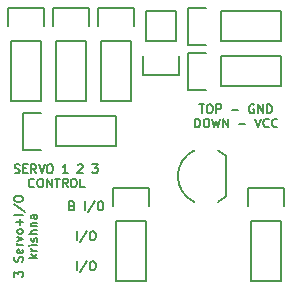
<source format=gto>
G04 #@! TF.FileFunction,Legend,Top*
%FSLAX46Y46*%
G04 Gerber Fmt 4.6, Leading zero omitted, Abs format (unit mm)*
G04 Created by KiCad (PCBNEW 4.0.1-stable) date 12/29/2015 3:52:51 AM*
%MOMM*%
G01*
G04 APERTURE LIST*
%ADD10C,0.100000*%
%ADD11C,0.184500*%
%ADD12C,0.150000*%
G04 APERTURE END LIST*
D10*
D11*
X52327007Y-74563999D02*
X52327007Y-74107142D01*
X52608150Y-74353142D01*
X52608150Y-74247714D01*
X52643293Y-74177428D01*
X52678436Y-74142285D01*
X52748721Y-74107142D01*
X52924436Y-74107142D01*
X52994721Y-74142285D01*
X53029864Y-74177428D01*
X53065007Y-74247714D01*
X53065007Y-74458571D01*
X53029864Y-74528857D01*
X52994721Y-74563999D01*
X53029864Y-73263714D02*
X53065007Y-73158285D01*
X53065007Y-72982571D01*
X53029864Y-72912285D01*
X52994721Y-72877142D01*
X52924436Y-72841999D01*
X52854150Y-72841999D01*
X52783864Y-72877142D01*
X52748721Y-72912285D01*
X52713579Y-72982571D01*
X52678436Y-73123142D01*
X52643293Y-73193428D01*
X52608150Y-73228571D01*
X52537864Y-73263714D01*
X52467579Y-73263714D01*
X52397293Y-73228571D01*
X52362150Y-73193428D01*
X52327007Y-73123142D01*
X52327007Y-72947428D01*
X52362150Y-72841999D01*
X53029864Y-72244571D02*
X53065007Y-72314857D01*
X53065007Y-72455428D01*
X53029864Y-72525714D01*
X52959579Y-72560857D01*
X52678436Y-72560857D01*
X52608150Y-72525714D01*
X52573007Y-72455428D01*
X52573007Y-72314857D01*
X52608150Y-72244571D01*
X52678436Y-72209428D01*
X52748721Y-72209428D01*
X52819007Y-72560857D01*
X53065007Y-71893143D02*
X52573007Y-71893143D01*
X52713579Y-71893143D02*
X52643293Y-71858000D01*
X52608150Y-71822857D01*
X52573007Y-71752571D01*
X52573007Y-71682286D01*
X52573007Y-71506571D02*
X53065007Y-71330857D01*
X52573007Y-71155143D01*
X53065007Y-70768571D02*
X53029864Y-70838857D01*
X52994721Y-70874000D01*
X52924436Y-70909143D01*
X52713579Y-70909143D01*
X52643293Y-70874000D01*
X52608150Y-70838857D01*
X52573007Y-70768571D01*
X52573007Y-70663143D01*
X52608150Y-70592857D01*
X52643293Y-70557714D01*
X52713579Y-70522571D01*
X52924436Y-70522571D01*
X52994721Y-70557714D01*
X53029864Y-70592857D01*
X53065007Y-70663143D01*
X53065007Y-70768571D01*
X52783864Y-70206286D02*
X52783864Y-69644000D01*
X53065007Y-69925143D02*
X52502721Y-69925143D01*
X53065007Y-69292572D02*
X52327007Y-69292572D01*
X52291864Y-68414000D02*
X53240721Y-69046571D01*
X52327007Y-68027428D02*
X52327007Y-67886857D01*
X52362150Y-67816571D01*
X52432436Y-67746285D01*
X52573007Y-67711143D01*
X52819007Y-67711143D01*
X52959579Y-67746285D01*
X53029864Y-67816571D01*
X53065007Y-67886857D01*
X53065007Y-68027428D01*
X53029864Y-68097714D01*
X52959579Y-68168000D01*
X52819007Y-68203143D01*
X52573007Y-68203143D01*
X52432436Y-68168000D01*
X52362150Y-68097714D01*
X52327007Y-68027428D01*
X54282707Y-72947429D02*
X53544707Y-72947429D01*
X54001564Y-72877143D02*
X54282707Y-72666286D01*
X53790707Y-72666286D02*
X54071850Y-72947429D01*
X54282707Y-72350000D02*
X53790707Y-72350000D01*
X53931279Y-72350000D02*
X53860993Y-72314857D01*
X53825850Y-72279714D01*
X53790707Y-72209428D01*
X53790707Y-72139143D01*
X54282707Y-71893143D02*
X53790707Y-71893143D01*
X53544707Y-71893143D02*
X53579850Y-71928286D01*
X53614993Y-71893143D01*
X53579850Y-71858000D01*
X53544707Y-71893143D01*
X53614993Y-71893143D01*
X54247564Y-71576857D02*
X54282707Y-71506571D01*
X54282707Y-71365999D01*
X54247564Y-71295714D01*
X54177279Y-71260571D01*
X54142136Y-71260571D01*
X54071850Y-71295714D01*
X54036707Y-71365999D01*
X54036707Y-71471428D01*
X54001564Y-71541714D01*
X53931279Y-71576857D01*
X53896136Y-71576857D01*
X53825850Y-71541714D01*
X53790707Y-71471428D01*
X53790707Y-71365999D01*
X53825850Y-71295714D01*
X54282707Y-70944285D02*
X53544707Y-70944285D01*
X54282707Y-70627999D02*
X53896136Y-70627999D01*
X53825850Y-70663142D01*
X53790707Y-70733428D01*
X53790707Y-70838856D01*
X53825850Y-70909142D01*
X53860993Y-70944285D01*
X53790707Y-70276571D02*
X54282707Y-70276571D01*
X53860993Y-70276571D02*
X53825850Y-70241428D01*
X53790707Y-70171142D01*
X53790707Y-70065714D01*
X53825850Y-69995428D01*
X53896136Y-69960285D01*
X54282707Y-69960285D01*
X54282707Y-69292571D02*
X53896136Y-69292571D01*
X53825850Y-69327714D01*
X53790707Y-69398000D01*
X53790707Y-69538571D01*
X53825850Y-69608857D01*
X54247564Y-69292571D02*
X54282707Y-69362857D01*
X54282707Y-69538571D01*
X54247564Y-69608857D01*
X54177279Y-69644000D01*
X54106993Y-69644000D01*
X54036707Y-69608857D01*
X54001564Y-69538571D01*
X54001564Y-69362857D01*
X53966421Y-69292571D01*
X57646857Y-73993857D02*
X57646857Y-73255857D01*
X58525429Y-73220714D02*
X57892858Y-74169571D01*
X58912001Y-73255857D02*
X59052572Y-73255857D01*
X59122858Y-73291000D01*
X59193144Y-73361286D01*
X59228286Y-73501857D01*
X59228286Y-73747857D01*
X59193144Y-73888429D01*
X59122858Y-73958714D01*
X59052572Y-73993857D01*
X58912001Y-73993857D01*
X58841715Y-73958714D01*
X58771429Y-73888429D01*
X58736286Y-73747857D01*
X58736286Y-73501857D01*
X58771429Y-73361286D01*
X58841715Y-73291000D01*
X58912001Y-73255857D01*
X57646857Y-71453857D02*
X57646857Y-70715857D01*
X58525429Y-70680714D02*
X57892858Y-71629571D01*
X58912001Y-70715857D02*
X59052572Y-70715857D01*
X59122858Y-70751000D01*
X59193144Y-70821286D01*
X59228286Y-70961857D01*
X59228286Y-71207857D01*
X59193144Y-71348429D01*
X59122858Y-71418714D01*
X59052572Y-71453857D01*
X58912001Y-71453857D01*
X58841715Y-71418714D01*
X58771429Y-71348429D01*
X58736286Y-71207857D01*
X58736286Y-70961857D01*
X58771429Y-70821286D01*
X58841715Y-70751000D01*
X58912001Y-70715857D01*
X57242714Y-68527286D02*
X57348143Y-68562429D01*
X57383286Y-68597571D01*
X57418429Y-68667857D01*
X57418429Y-68773286D01*
X57383286Y-68843571D01*
X57348143Y-68878714D01*
X57277857Y-68913857D01*
X56996714Y-68913857D01*
X56996714Y-68175857D01*
X57242714Y-68175857D01*
X57313000Y-68211000D01*
X57348143Y-68246143D01*
X57383286Y-68316429D01*
X57383286Y-68386714D01*
X57348143Y-68457000D01*
X57313000Y-68492143D01*
X57242714Y-68527286D01*
X56996714Y-68527286D01*
X58297000Y-68913857D02*
X58297000Y-68175857D01*
X59175572Y-68140714D02*
X58543001Y-69089571D01*
X59562144Y-68175857D02*
X59702715Y-68175857D01*
X59773001Y-68211000D01*
X59843287Y-68281286D01*
X59878429Y-68421857D01*
X59878429Y-68667857D01*
X59843287Y-68808429D01*
X59773001Y-68878714D01*
X59702715Y-68913857D01*
X59562144Y-68913857D01*
X59491858Y-68878714D01*
X59421572Y-68808429D01*
X59386429Y-68667857D01*
X59386429Y-68421857D01*
X59421572Y-68281286D01*
X59491858Y-68211000D01*
X59562144Y-68175857D01*
X52365714Y-65729864D02*
X52471143Y-65765007D01*
X52646857Y-65765007D01*
X52717143Y-65729864D01*
X52752286Y-65694721D01*
X52787429Y-65624436D01*
X52787429Y-65554150D01*
X52752286Y-65483864D01*
X52717143Y-65448721D01*
X52646857Y-65413579D01*
X52506286Y-65378436D01*
X52436000Y-65343293D01*
X52400857Y-65308150D01*
X52365714Y-65237864D01*
X52365714Y-65167579D01*
X52400857Y-65097293D01*
X52436000Y-65062150D01*
X52506286Y-65027007D01*
X52682000Y-65027007D01*
X52787429Y-65062150D01*
X53103714Y-65378436D02*
X53349714Y-65378436D01*
X53455143Y-65765007D02*
X53103714Y-65765007D01*
X53103714Y-65027007D01*
X53455143Y-65027007D01*
X54193143Y-65765007D02*
X53947143Y-65413579D01*
X53771428Y-65765007D02*
X53771428Y-65027007D01*
X54052571Y-65027007D01*
X54122857Y-65062150D01*
X54158000Y-65097293D01*
X54193143Y-65167579D01*
X54193143Y-65273007D01*
X54158000Y-65343293D01*
X54122857Y-65378436D01*
X54052571Y-65413579D01*
X53771428Y-65413579D01*
X54404000Y-65027007D02*
X54650000Y-65765007D01*
X54896000Y-65027007D01*
X55282571Y-65027007D02*
X55423142Y-65027007D01*
X55493428Y-65062150D01*
X55563714Y-65132436D01*
X55598856Y-65273007D01*
X55598856Y-65519007D01*
X55563714Y-65659579D01*
X55493428Y-65729864D01*
X55423142Y-65765007D01*
X55282571Y-65765007D01*
X55212285Y-65729864D01*
X55141999Y-65659579D01*
X55106856Y-65519007D01*
X55106856Y-65273007D01*
X55141999Y-65132436D01*
X55212285Y-65062150D01*
X55282571Y-65027007D01*
X56864000Y-65765007D02*
X56442285Y-65765007D01*
X56653143Y-65765007D02*
X56653143Y-65027007D01*
X56582857Y-65132436D01*
X56512571Y-65202721D01*
X56442285Y-65237864D01*
X57707428Y-65097293D02*
X57742571Y-65062150D01*
X57812857Y-65027007D01*
X57988571Y-65027007D01*
X58058857Y-65062150D01*
X58094000Y-65097293D01*
X58129143Y-65167579D01*
X58129143Y-65237864D01*
X58094000Y-65343293D01*
X57672286Y-65765007D01*
X58129143Y-65765007D01*
X58937429Y-65027007D02*
X59394286Y-65027007D01*
X59148286Y-65308150D01*
X59253714Y-65308150D01*
X59324000Y-65343293D01*
X59359143Y-65378436D01*
X59394286Y-65448721D01*
X59394286Y-65624436D01*
X59359143Y-65694721D01*
X59324000Y-65729864D01*
X59253714Y-65765007D01*
X59042857Y-65765007D01*
X58972571Y-65729864D01*
X58937429Y-65694721D01*
X53999857Y-66912421D02*
X53964714Y-66947564D01*
X53859285Y-66982707D01*
X53788999Y-66982707D01*
X53683571Y-66947564D01*
X53613285Y-66877279D01*
X53578142Y-66806993D01*
X53542999Y-66666421D01*
X53542999Y-66560993D01*
X53578142Y-66420421D01*
X53613285Y-66350136D01*
X53683571Y-66279850D01*
X53788999Y-66244707D01*
X53859285Y-66244707D01*
X53964714Y-66279850D01*
X53999857Y-66314993D01*
X54456714Y-66244707D02*
X54597285Y-66244707D01*
X54667571Y-66279850D01*
X54737857Y-66350136D01*
X54772999Y-66490707D01*
X54772999Y-66736707D01*
X54737857Y-66877279D01*
X54667571Y-66947564D01*
X54597285Y-66982707D01*
X54456714Y-66982707D01*
X54386428Y-66947564D01*
X54316142Y-66877279D01*
X54280999Y-66736707D01*
X54280999Y-66490707D01*
X54316142Y-66350136D01*
X54386428Y-66279850D01*
X54456714Y-66244707D01*
X55089285Y-66982707D02*
X55089285Y-66244707D01*
X55511000Y-66982707D01*
X55511000Y-66244707D01*
X55757000Y-66244707D02*
X56178714Y-66244707D01*
X55967857Y-66982707D02*
X55967857Y-66244707D01*
X56846429Y-66982707D02*
X56600429Y-66631279D01*
X56424714Y-66982707D02*
X56424714Y-66244707D01*
X56705857Y-66244707D01*
X56776143Y-66279850D01*
X56811286Y-66314993D01*
X56846429Y-66385279D01*
X56846429Y-66490707D01*
X56811286Y-66560993D01*
X56776143Y-66596136D01*
X56705857Y-66631279D01*
X56424714Y-66631279D01*
X57303286Y-66244707D02*
X57443857Y-66244707D01*
X57514143Y-66279850D01*
X57584429Y-66350136D01*
X57619571Y-66490707D01*
X57619571Y-66736707D01*
X57584429Y-66877279D01*
X57514143Y-66947564D01*
X57443857Y-66982707D01*
X57303286Y-66982707D01*
X57233000Y-66947564D01*
X57162714Y-66877279D01*
X57127571Y-66736707D01*
X57127571Y-66490707D01*
X57162714Y-66350136D01*
X57233000Y-66279850D01*
X57303286Y-66244707D01*
X58287286Y-66982707D02*
X57935857Y-66982707D01*
X57935857Y-66244707D01*
X68009857Y-59947007D02*
X68431571Y-59947007D01*
X68220714Y-60685007D02*
X68220714Y-59947007D01*
X68818143Y-59947007D02*
X68958714Y-59947007D01*
X69029000Y-59982150D01*
X69099286Y-60052436D01*
X69134428Y-60193007D01*
X69134428Y-60439007D01*
X69099286Y-60579579D01*
X69029000Y-60649864D01*
X68958714Y-60685007D01*
X68818143Y-60685007D01*
X68747857Y-60649864D01*
X68677571Y-60579579D01*
X68642428Y-60439007D01*
X68642428Y-60193007D01*
X68677571Y-60052436D01*
X68747857Y-59982150D01*
X68818143Y-59947007D01*
X69450714Y-60685007D02*
X69450714Y-59947007D01*
X69731857Y-59947007D01*
X69802143Y-59982150D01*
X69837286Y-60017293D01*
X69872429Y-60087579D01*
X69872429Y-60193007D01*
X69837286Y-60263293D01*
X69802143Y-60298436D01*
X69731857Y-60333579D01*
X69450714Y-60333579D01*
X70751000Y-60403864D02*
X71313286Y-60403864D01*
X72613572Y-59982150D02*
X72543286Y-59947007D01*
X72437857Y-59947007D01*
X72332429Y-59982150D01*
X72262143Y-60052436D01*
X72227000Y-60122721D01*
X72191857Y-60263293D01*
X72191857Y-60368721D01*
X72227000Y-60509293D01*
X72262143Y-60579579D01*
X72332429Y-60649864D01*
X72437857Y-60685007D01*
X72508143Y-60685007D01*
X72613572Y-60649864D01*
X72648715Y-60614721D01*
X72648715Y-60368721D01*
X72508143Y-60368721D01*
X72965000Y-60685007D02*
X72965000Y-59947007D01*
X73386715Y-60685007D01*
X73386715Y-59947007D01*
X73738143Y-60685007D02*
X73738143Y-59947007D01*
X73913858Y-59947007D01*
X74019286Y-59982150D01*
X74089572Y-60052436D01*
X74124715Y-60122721D01*
X74159858Y-60263293D01*
X74159858Y-60368721D01*
X74124715Y-60509293D01*
X74089572Y-60579579D01*
X74019286Y-60649864D01*
X73913858Y-60685007D01*
X73738143Y-60685007D01*
X67658428Y-61902707D02*
X67658428Y-61164707D01*
X67834143Y-61164707D01*
X67939571Y-61199850D01*
X68009857Y-61270136D01*
X68045000Y-61340421D01*
X68080143Y-61480993D01*
X68080143Y-61586421D01*
X68045000Y-61726993D01*
X68009857Y-61797279D01*
X67939571Y-61867564D01*
X67834143Y-61902707D01*
X67658428Y-61902707D01*
X68537000Y-61164707D02*
X68677571Y-61164707D01*
X68747857Y-61199850D01*
X68818143Y-61270136D01*
X68853285Y-61410707D01*
X68853285Y-61656707D01*
X68818143Y-61797279D01*
X68747857Y-61867564D01*
X68677571Y-61902707D01*
X68537000Y-61902707D01*
X68466714Y-61867564D01*
X68396428Y-61797279D01*
X68361285Y-61656707D01*
X68361285Y-61410707D01*
X68396428Y-61270136D01*
X68466714Y-61199850D01*
X68537000Y-61164707D01*
X69099286Y-61164707D02*
X69275000Y-61902707D01*
X69415571Y-61375564D01*
X69556143Y-61902707D01*
X69731857Y-61164707D01*
X70013000Y-61902707D02*
X70013000Y-61164707D01*
X70434715Y-61902707D01*
X70434715Y-61164707D01*
X71348429Y-61621564D02*
X71910715Y-61621564D01*
X72719001Y-61164707D02*
X72965001Y-61902707D01*
X73211001Y-61164707D01*
X73878715Y-61832421D02*
X73843572Y-61867564D01*
X73738143Y-61902707D01*
X73667857Y-61902707D01*
X73562429Y-61867564D01*
X73492143Y-61797279D01*
X73457000Y-61726993D01*
X73421857Y-61586421D01*
X73421857Y-61480993D01*
X73457000Y-61340421D01*
X73492143Y-61270136D01*
X73562429Y-61199850D01*
X73667857Y-61164707D01*
X73738143Y-61164707D01*
X73843572Y-61199850D01*
X73878715Y-61234993D01*
X74616715Y-61832421D02*
X74581572Y-61867564D01*
X74476143Y-61902707D01*
X74405857Y-61902707D01*
X74300429Y-61867564D01*
X74230143Y-61797279D01*
X74195000Y-61726993D01*
X74159857Y-61586421D01*
X74159857Y-61480993D01*
X74195000Y-61340421D01*
X74230143Y-61270136D01*
X74300429Y-61199850D01*
X74405857Y-61164707D01*
X74476143Y-61164707D01*
X74581572Y-61199850D01*
X74616715Y-61234993D01*
D12*
X63500000Y-54610000D02*
X63500000Y-52070000D01*
X63220000Y-57430000D02*
X63220000Y-55880000D01*
X63500000Y-54610000D02*
X66040000Y-54610000D01*
X66320000Y-55880000D02*
X66320000Y-57430000D01*
X66320000Y-57430000D02*
X63220000Y-57430000D01*
X66040000Y-54610000D02*
X66040000Y-52070000D01*
X66040000Y-52070000D02*
X63500000Y-52070000D01*
X55880000Y-63500000D02*
X60960000Y-63500000D01*
X60960000Y-63500000D02*
X60960000Y-60960000D01*
X60960000Y-60960000D02*
X55880000Y-60960000D01*
X53060000Y-60680000D02*
X54610000Y-60680000D01*
X55880000Y-60960000D02*
X55880000Y-63500000D01*
X54610000Y-63780000D02*
X53060000Y-63780000D01*
X53060000Y-63780000D02*
X53060000Y-60680000D01*
X60960000Y-69850000D02*
X60960000Y-74930000D01*
X60960000Y-74930000D02*
X63500000Y-74930000D01*
X63500000Y-74930000D02*
X63500000Y-69850000D01*
X63780000Y-67030000D02*
X63780000Y-68580000D01*
X63500000Y-69850000D02*
X60960000Y-69850000D01*
X60680000Y-68580000D02*
X60680000Y-67030000D01*
X60680000Y-67030000D02*
X63780000Y-67030000D01*
X52070000Y-54610000D02*
X52070000Y-59690000D01*
X52070000Y-59690000D02*
X54610000Y-59690000D01*
X54610000Y-59690000D02*
X54610000Y-54610000D01*
X54890000Y-51790000D02*
X54890000Y-53340000D01*
X54610000Y-54610000D02*
X52070000Y-54610000D01*
X51790000Y-53340000D02*
X51790000Y-51790000D01*
X51790000Y-51790000D02*
X54890000Y-51790000D01*
X55880000Y-54610000D02*
X55880000Y-59690000D01*
X55880000Y-59690000D02*
X58420000Y-59690000D01*
X58420000Y-59690000D02*
X58420000Y-54610000D01*
X58700000Y-51790000D02*
X58700000Y-53340000D01*
X58420000Y-54610000D02*
X55880000Y-54610000D01*
X55600000Y-53340000D02*
X55600000Y-51790000D01*
X55600000Y-51790000D02*
X58700000Y-51790000D01*
X59690000Y-54610000D02*
X59690000Y-59690000D01*
X59690000Y-59690000D02*
X62230000Y-59690000D01*
X62230000Y-59690000D02*
X62230000Y-54610000D01*
X62510000Y-51790000D02*
X62510000Y-53340000D01*
X62230000Y-54610000D02*
X59690000Y-54610000D01*
X59410000Y-53340000D02*
X59410000Y-51790000D01*
X59410000Y-51790000D02*
X62510000Y-51790000D01*
X72390000Y-69850000D02*
X72390000Y-74930000D01*
X72390000Y-74930000D02*
X74930000Y-74930000D01*
X74930000Y-74930000D02*
X74930000Y-69850000D01*
X75210000Y-67030000D02*
X75210000Y-68580000D01*
X74930000Y-69850000D02*
X72390000Y-69850000D01*
X72110000Y-68580000D02*
X72110000Y-67030000D01*
X72110000Y-67030000D02*
X75210000Y-67030000D01*
X69576990Y-68227695D02*
G75*
G03X70280000Y-67740000I-996990J2187695D01*
G01*
X69576990Y-63852305D02*
G75*
G02X70280000Y-64340000I-996990J-2187695D01*
G01*
X70280000Y-67740000D02*
X70280000Y-64340000D01*
X67586873Y-68224879D02*
G75*
G02X66180000Y-66040000I993127J2184879D01*
G01*
X67586873Y-63855121D02*
G75*
G03X66180000Y-66040000I993127J-2184879D01*
G01*
X69850000Y-58420000D02*
X74930000Y-58420000D01*
X74930000Y-58420000D02*
X74930000Y-55880000D01*
X74930000Y-55880000D02*
X69850000Y-55880000D01*
X67030000Y-55600000D02*
X68580000Y-55600000D01*
X69850000Y-55880000D02*
X69850000Y-58420000D01*
X68580000Y-58700000D02*
X67030000Y-58700000D01*
X67030000Y-58700000D02*
X67030000Y-55600000D01*
X69850000Y-54610000D02*
X74930000Y-54610000D01*
X74930000Y-54610000D02*
X74930000Y-52070000D01*
X74930000Y-52070000D02*
X69850000Y-52070000D01*
X67030000Y-51790000D02*
X68580000Y-51790000D01*
X69850000Y-52070000D02*
X69850000Y-54610000D01*
X68580000Y-54890000D02*
X67030000Y-54890000D01*
X67030000Y-54890000D02*
X67030000Y-51790000D01*
M02*

</source>
